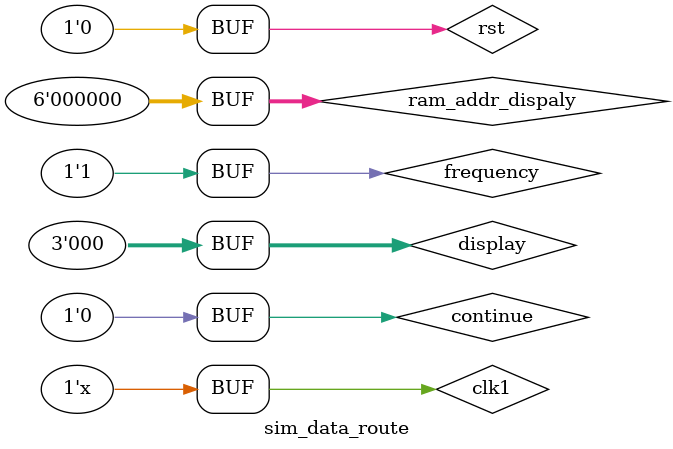
<source format=v>
`timescale 1ns / 1ps
module sim_data_route(); 
    reg clk1;

    reg [5:0]ram_addr_dispaly;
    reg rst; 
    reg frequency; 
    reg[2:0] display; 
    reg continue;
    wire [7:0] AN;
    wire [7:0] SEG;

    initial
    begin
        clk1 = 0;
        ram_addr_dispaly = 5'b000000;
        rst = 0;
        frequency = 1;
        display = 3'b000;
        continue = 0;

        # 20000 continue = 1;
        # 1 continue = 0;

        # 10000 continue = 1;
        # 1 continue = 0;

        # 10000 continue = 1;
        # 1 continue = 0;

        # 10000 continue = 1;
        # 1 continue = 0;
    end
     
    always #1 clk1 <= ~clk1;

    data_route data_route_0(clk1, ram_addr_dispaly, rst, frequency, display, continue, AN, SEG);

    
    
    
endmodule
</source>
